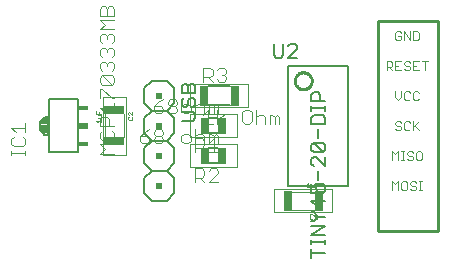
<source format=gto>
G75*
%MOIN*%
%OFA0B0*%
%FSLAX24Y24*%
%IPPOS*%
%LPD*%
%AMOC8*
5,1,8,0,0,1.08239X$1,22.5*
%
%ADD10C,0.0020*%
%ADD11C,0.0040*%
%ADD12C,0.0010*%
%ADD13R,0.0295X0.0669*%
%ADD14C,0.0060*%
%ADD15C,0.0050*%
%ADD16R,0.0200X0.0200*%
%ADD17R,0.0256X0.0551*%
%ADD18R,0.0290X0.0690*%
%ADD19C,0.0100*%
%ADD20C,0.0030*%
%ADD21R,0.0669X0.0295*%
%ADD22C,0.0079*%
%ADD23R,0.0330X0.0180*%
%ADD24R,0.0330X0.0220*%
%ADD25C,0.0080*%
D10*
X003413Y003126D02*
X004187Y003126D01*
X004187Y005074D01*
X003413Y005074D01*
X003413Y003126D01*
X006323Y003487D02*
X006323Y002713D01*
X007877Y002713D01*
X007877Y003487D01*
X006323Y003487D01*
X006323Y003713D02*
X006323Y004487D01*
X007877Y004487D01*
X007877Y003713D01*
X006323Y003713D01*
X006326Y004713D02*
X006326Y005487D01*
X008274Y005487D01*
X008274Y004713D01*
X006326Y004713D01*
X009126Y001987D02*
X009126Y001213D01*
X011074Y001213D01*
X011074Y001987D01*
X009126Y001987D01*
D11*
X009720Y001910D02*
X010480Y001910D01*
X010480Y001290D02*
X009720Y001290D01*
X007267Y002220D02*
X006960Y002220D01*
X007267Y002527D01*
X007267Y002604D01*
X007190Y002680D01*
X007036Y002680D01*
X006960Y002604D01*
X006806Y002604D02*
X006806Y002450D01*
X006729Y002373D01*
X006499Y002373D01*
X006499Y002220D02*
X006499Y002680D01*
X006729Y002680D01*
X006806Y002604D01*
X006653Y002373D02*
X006806Y002220D01*
X006806Y003220D02*
X006653Y003373D01*
X006729Y003373D02*
X006499Y003373D01*
X006729Y003373D02*
X006806Y003450D01*
X006806Y003604D01*
X006729Y003680D01*
X006499Y003680D01*
X006499Y003220D01*
X006960Y003220D02*
X007267Y003220D01*
X007113Y003220D02*
X007113Y003680D01*
X006960Y003527D01*
X006960Y003520D02*
X006960Y003827D01*
X007036Y003827D01*
X007113Y003750D01*
X007190Y003827D01*
X007267Y003750D01*
X007267Y003520D01*
X007113Y003520D02*
X007113Y003750D01*
X006806Y003750D02*
X006806Y003520D01*
X006499Y003520D02*
X006499Y003980D01*
X006576Y003827D02*
X006729Y003827D01*
X006806Y003750D01*
X006576Y003827D02*
X006499Y003750D01*
X006346Y003750D02*
X006269Y003827D01*
X006116Y003827D01*
X006039Y003750D01*
X006039Y003597D01*
X006116Y003520D01*
X006269Y003520D01*
X006346Y003597D01*
X006346Y003750D01*
X006770Y004170D02*
X007077Y004170D01*
X007230Y004170D02*
X007230Y004630D01*
X007267Y004520D02*
X007267Y004750D01*
X007190Y004827D01*
X007113Y004750D01*
X007113Y004520D01*
X006960Y004520D02*
X006960Y004827D01*
X007036Y004827D01*
X007113Y004750D01*
X006923Y004630D02*
X006923Y004170D01*
X007230Y004323D02*
X007461Y004477D01*
X007230Y004323D02*
X007461Y004170D01*
X008074Y004247D02*
X008074Y004554D01*
X008151Y004630D01*
X008305Y004630D01*
X008381Y004554D01*
X008381Y004247D01*
X008305Y004170D01*
X008151Y004170D01*
X008074Y004247D01*
X008535Y004170D02*
X008535Y004630D01*
X008612Y004477D02*
X008765Y004477D01*
X008842Y004400D01*
X008842Y004170D01*
X008995Y004170D02*
X008995Y004477D01*
X009072Y004477D01*
X009149Y004400D01*
X009225Y004477D01*
X009302Y004400D01*
X009302Y004170D01*
X009149Y004170D02*
X009149Y004400D01*
X008612Y004477D02*
X008535Y004400D01*
X006923Y004630D02*
X006770Y004477D01*
X006806Y004520D02*
X006806Y004750D01*
X006729Y004827D01*
X006576Y004827D01*
X006499Y004750D01*
X006346Y004750D02*
X006269Y004827D01*
X006116Y004827D01*
X006039Y004750D01*
X006039Y004597D01*
X006116Y004520D01*
X006269Y004520D01*
X006346Y004597D01*
X006346Y004750D01*
X006499Y004980D02*
X006499Y004520D01*
X005885Y004597D02*
X005809Y004520D01*
X005655Y004520D01*
X005578Y004597D01*
X005578Y004673D01*
X005655Y004750D01*
X005809Y004750D01*
X005885Y004673D01*
X005885Y004597D01*
X005809Y004750D02*
X005885Y004827D01*
X005885Y004904D01*
X005809Y004980D01*
X005655Y004980D01*
X005578Y004904D01*
X005578Y004827D01*
X005655Y004750D01*
X005425Y004673D02*
X005348Y004750D01*
X005118Y004750D01*
X005118Y004597D01*
X005195Y004520D01*
X005348Y004520D01*
X005425Y004597D01*
X005425Y004673D01*
X005271Y004904D02*
X005118Y004750D01*
X005271Y004904D02*
X005425Y004980D01*
X004110Y004480D02*
X004110Y003720D01*
X003791Y003710D02*
X003791Y003864D01*
X003714Y003940D01*
X003791Y004094D02*
X003330Y004094D01*
X003330Y004324D01*
X003407Y004401D01*
X003560Y004401D01*
X003637Y004324D01*
X003637Y004094D01*
X003407Y003940D02*
X003330Y003864D01*
X003330Y003710D01*
X003407Y003634D01*
X003714Y003634D01*
X003791Y003710D01*
X003791Y003480D02*
X003330Y003480D01*
X003484Y003327D01*
X003330Y003173D01*
X003791Y003173D01*
X004658Y003597D02*
X004734Y003520D01*
X004888Y003520D01*
X004965Y003597D01*
X004965Y003673D01*
X004888Y003750D01*
X004658Y003750D01*
X004658Y003597D01*
X004658Y003750D02*
X004811Y003904D01*
X004965Y003980D01*
X005118Y003904D02*
X005118Y003827D01*
X005195Y003750D01*
X005348Y003750D01*
X005425Y003673D01*
X005425Y003597D01*
X005348Y003520D01*
X005195Y003520D01*
X005118Y003597D01*
X005118Y003673D01*
X005195Y003750D01*
X005348Y003750D02*
X005425Y003827D01*
X005425Y003904D01*
X005348Y003980D01*
X005195Y003980D01*
X005118Y003904D01*
X003791Y004554D02*
X003791Y004861D01*
X003791Y004708D02*
X003330Y004708D01*
X003484Y004554D01*
X003490Y004480D02*
X003490Y003720D01*
X003330Y005015D02*
X003330Y005322D01*
X003407Y005322D01*
X003714Y005015D01*
X003791Y005015D01*
X003714Y005475D02*
X003407Y005475D01*
X003330Y005552D01*
X003330Y005705D01*
X003407Y005782D01*
X003714Y005475D01*
X003791Y005552D01*
X003791Y005705D01*
X003714Y005782D01*
X003407Y005782D01*
X003407Y005935D02*
X003330Y006012D01*
X003330Y006166D01*
X003407Y006242D01*
X003484Y006242D01*
X003560Y006166D01*
X003637Y006242D01*
X003714Y006242D01*
X003791Y006166D01*
X003791Y006012D01*
X003714Y005935D01*
X003560Y006089D02*
X003560Y006166D01*
X003407Y006396D02*
X003330Y006473D01*
X003330Y006626D01*
X003407Y006703D01*
X003484Y006703D01*
X003560Y006626D01*
X003637Y006703D01*
X003714Y006703D01*
X003791Y006626D01*
X003791Y006473D01*
X003714Y006396D01*
X003560Y006549D02*
X003560Y006626D01*
X003407Y006856D02*
X003330Y006933D01*
X003330Y007086D01*
X003407Y007163D01*
X003484Y007163D01*
X003560Y007086D01*
X003637Y007163D01*
X003714Y007163D01*
X003791Y007086D01*
X003791Y006933D01*
X003714Y006856D01*
X003560Y007010D02*
X003560Y007086D01*
X003330Y007317D02*
X003484Y007470D01*
X003330Y007624D01*
X003791Y007624D01*
X003791Y007777D02*
X003791Y008007D01*
X003714Y008084D01*
X003637Y008084D01*
X003560Y008007D01*
X003560Y007777D01*
X003330Y007777D02*
X003330Y008007D01*
X003407Y008084D01*
X003484Y008084D01*
X003560Y008007D01*
X003791Y007777D02*
X003330Y007777D01*
X003330Y007317D02*
X003791Y007317D01*
X006770Y006030D02*
X007000Y006030D01*
X007077Y005954D01*
X007077Y005800D01*
X007000Y005723D01*
X006770Y005723D01*
X006923Y005723D02*
X007077Y005570D01*
X007230Y005647D02*
X007307Y005570D01*
X007461Y005570D01*
X007537Y005647D01*
X007537Y005723D01*
X007461Y005800D01*
X007384Y005800D01*
X007461Y005800D02*
X007537Y005877D01*
X007537Y005954D01*
X007461Y006030D01*
X007307Y006030D01*
X007230Y005954D01*
X006770Y006030D02*
X006770Y005570D01*
X000830Y004194D02*
X000830Y003887D01*
X000753Y003734D02*
X000830Y003657D01*
X000830Y003504D01*
X000753Y003427D01*
X000446Y003427D01*
X000370Y003504D01*
X000370Y003657D01*
X000446Y003734D01*
X000523Y003887D02*
X000370Y004041D01*
X000830Y004041D01*
X000830Y003273D02*
X000830Y003120D01*
X000830Y003197D02*
X000370Y003197D01*
X000370Y003273D02*
X000370Y003120D01*
D12*
X003205Y004263D02*
X003255Y004213D01*
X003205Y004263D02*
X003355Y004263D01*
X003355Y004213D02*
X003355Y004313D01*
X003330Y004360D02*
X003255Y004360D01*
X003330Y004360D02*
X003355Y004385D01*
X003355Y004460D01*
X003255Y004460D01*
X003280Y004508D02*
X003280Y004558D01*
X003205Y004508D02*
X003205Y004608D01*
X003205Y004508D02*
X003355Y004508D01*
X004255Y004533D02*
X004255Y004483D01*
X004280Y004458D01*
X004280Y004410D02*
X004255Y004385D01*
X004255Y004335D01*
X004280Y004310D01*
X004380Y004310D01*
X004405Y004335D01*
X004405Y004385D01*
X004380Y004410D01*
X004405Y004458D02*
X004305Y004558D01*
X004280Y004558D01*
X004255Y004533D01*
X004405Y004558D02*
X004405Y004458D01*
X010213Y002145D02*
X010263Y002195D01*
X010263Y002045D01*
X010213Y002045D02*
X010313Y002045D01*
X010360Y002070D02*
X010385Y002045D01*
X010460Y002045D01*
X010460Y002145D01*
X010508Y002120D02*
X010558Y002120D01*
X010508Y002195D02*
X010608Y002195D01*
X010508Y002195D02*
X010508Y002045D01*
X010360Y002070D02*
X010360Y002145D01*
X010335Y001145D02*
X010310Y001120D01*
X010310Y001020D01*
X010335Y000995D01*
X010385Y000995D01*
X010410Y001020D01*
X010458Y000995D02*
X010558Y000995D01*
X010508Y000995D02*
X010508Y001145D01*
X010458Y001095D01*
X010410Y001120D02*
X010385Y001145D01*
X010335Y001145D01*
D13*
X010622Y001600D03*
X009578Y001600D03*
D14*
X004800Y001850D02*
X004800Y002350D01*
X005050Y002600D01*
X004800Y002850D01*
X004800Y003350D01*
X005050Y003600D01*
X004800Y003850D01*
X004800Y004350D01*
X005050Y004600D01*
X004800Y004850D01*
X004800Y005350D01*
X005050Y005600D01*
X005550Y005600D01*
X005800Y005350D01*
X005800Y004850D01*
X005550Y004600D01*
X005800Y004350D01*
X005800Y003850D01*
X005550Y003600D01*
X005050Y003600D01*
X005550Y003600D02*
X005800Y003350D01*
X005800Y002850D01*
X005550Y002600D01*
X005800Y002350D01*
X005800Y001850D01*
X005550Y001600D01*
X005050Y001600D01*
X004800Y001850D01*
X005050Y002600D02*
X005550Y002600D01*
X006939Y002850D02*
X007261Y002850D01*
X007261Y003350D02*
X006939Y003350D01*
X006939Y003850D02*
X007261Y003850D01*
X007261Y004350D02*
X006939Y004350D01*
X006920Y004780D02*
X007675Y004780D01*
X007675Y005420D02*
X006920Y005420D01*
X005550Y004600D02*
X005050Y004600D01*
D15*
X006045Y004574D02*
X006420Y004574D01*
X006495Y004499D01*
X006495Y004349D01*
X006420Y004274D01*
X006045Y004274D01*
X006120Y004734D02*
X006195Y004734D01*
X006270Y004809D01*
X006270Y004959D01*
X006345Y005034D01*
X006420Y005034D01*
X006495Y004959D01*
X006495Y004809D01*
X006420Y004734D01*
X006120Y004734D02*
X006045Y004809D01*
X006045Y004959D01*
X006120Y005034D01*
X006045Y005195D02*
X006045Y005420D01*
X006120Y005495D01*
X006195Y005495D01*
X006270Y005420D01*
X006270Y005195D01*
X006495Y005195D02*
X006045Y005195D01*
X006270Y005420D02*
X006345Y005495D01*
X006420Y005495D01*
X006495Y005420D01*
X006495Y005195D01*
X009125Y006450D02*
X009200Y006375D01*
X009350Y006375D01*
X009425Y006450D01*
X009425Y006825D01*
X009585Y006750D02*
X009660Y006825D01*
X009811Y006825D01*
X009886Y006750D01*
X009886Y006675D01*
X009585Y006375D01*
X009886Y006375D01*
X009125Y006450D02*
X009125Y006825D01*
X010450Y005215D02*
X010600Y005215D01*
X010675Y005140D01*
X010675Y004915D01*
X010825Y004915D02*
X010375Y004915D01*
X010375Y005140D01*
X010450Y005215D01*
X010375Y004758D02*
X010375Y004608D01*
X010375Y004683D02*
X010825Y004683D01*
X010825Y004608D02*
X010825Y004758D01*
X010750Y004448D02*
X010450Y004448D01*
X010375Y004372D01*
X010375Y004147D01*
X010825Y004147D01*
X010825Y004372D01*
X010750Y004448D01*
X010600Y003987D02*
X010600Y003687D01*
X010450Y003527D02*
X010750Y003527D01*
X010825Y003452D01*
X010825Y003302D01*
X010750Y003226D01*
X010450Y003527D01*
X010375Y003452D01*
X010375Y003302D01*
X010450Y003226D01*
X010750Y003226D01*
X010825Y003066D02*
X010825Y002766D01*
X010525Y003066D01*
X010450Y003066D01*
X010375Y002991D01*
X010375Y002841D01*
X010450Y002766D01*
X010600Y002606D02*
X010600Y002306D01*
X010600Y002146D02*
X010750Y002146D01*
X010825Y002071D01*
X010825Y001920D01*
X010750Y001845D01*
X010600Y001845D02*
X010525Y001995D01*
X010525Y002071D01*
X010600Y002146D01*
X010375Y002146D02*
X010375Y001845D01*
X010600Y001845D01*
X010600Y001685D02*
X010600Y001385D01*
X010375Y001610D01*
X010825Y001610D01*
X010450Y001225D02*
X010375Y001225D01*
X010450Y001225D02*
X010600Y001075D01*
X010825Y001075D01*
X010600Y001075D02*
X010450Y000925D01*
X010375Y000925D01*
X010375Y000764D02*
X010825Y000764D01*
X010375Y000464D01*
X010825Y000464D01*
X010825Y000307D02*
X010825Y000157D01*
X010825Y000232D02*
X010375Y000232D01*
X010375Y000157D02*
X010375Y000307D01*
X010375Y-000003D02*
X010375Y-000303D01*
X010375Y-000153D02*
X010825Y-000153D01*
X002590Y003220D02*
X001620Y003220D01*
X001620Y004980D01*
X002590Y004980D01*
X002590Y003220D01*
D16*
X005300Y003100D03*
X005300Y002100D03*
X005300Y004100D03*
X005300Y005100D03*
D17*
X006812Y004099D03*
X007392Y004099D03*
X007392Y003099D03*
X006812Y003099D03*
D18*
X006780Y005100D03*
X007820Y005100D03*
D19*
X009817Y005600D02*
X009819Y005633D01*
X009825Y005666D01*
X009835Y005699D01*
X009848Y005729D01*
X009865Y005758D01*
X009886Y005785D01*
X009909Y005809D01*
X009935Y005830D01*
X009963Y005848D01*
X009994Y005862D01*
X010025Y005873D01*
X010058Y005880D01*
X010092Y005883D01*
X010125Y005882D01*
X010158Y005877D01*
X010191Y005868D01*
X010222Y005855D01*
X010251Y005839D01*
X010278Y005820D01*
X010303Y005797D01*
X010325Y005772D01*
X010344Y005744D01*
X010359Y005714D01*
X010371Y005683D01*
X010379Y005650D01*
X010383Y005617D01*
X010383Y005583D01*
X010379Y005550D01*
X010371Y005517D01*
X010359Y005486D01*
X010344Y005456D01*
X010325Y005428D01*
X010303Y005403D01*
X010278Y005380D01*
X010251Y005361D01*
X010222Y005345D01*
X010191Y005332D01*
X010158Y005323D01*
X010125Y005318D01*
X010092Y005317D01*
X010058Y005320D01*
X010025Y005327D01*
X009994Y005338D01*
X009963Y005352D01*
X009935Y005370D01*
X009909Y005391D01*
X009886Y005415D01*
X009865Y005442D01*
X009848Y005471D01*
X009835Y005501D01*
X009825Y005534D01*
X009819Y005567D01*
X009817Y005600D01*
X012600Y007600D02*
X014600Y007600D01*
X014600Y000600D01*
X012600Y000600D01*
X012600Y007600D01*
D20*
X013173Y007197D02*
X013221Y007245D01*
X013318Y007245D01*
X013367Y007197D01*
X013367Y007100D02*
X013270Y007100D01*
X013367Y007100D02*
X013367Y007003D01*
X013318Y006955D01*
X013221Y006955D01*
X013173Y007003D01*
X013173Y007197D01*
X013468Y007245D02*
X013468Y006955D01*
X013661Y006955D02*
X013661Y007245D01*
X013762Y007245D02*
X013907Y007245D01*
X013956Y007197D01*
X013956Y007003D01*
X013907Y006955D01*
X013762Y006955D01*
X013762Y007245D01*
X013468Y007245D02*
X013661Y006955D01*
X013613Y006245D02*
X013516Y006245D01*
X013468Y006197D01*
X013468Y006148D01*
X013516Y006100D01*
X013613Y006100D01*
X013661Y006052D01*
X013661Y006003D01*
X013613Y005955D01*
X013516Y005955D01*
X013468Y006003D01*
X013367Y005955D02*
X013173Y005955D01*
X013173Y006245D01*
X013367Y006245D01*
X013270Y006100D02*
X013173Y006100D01*
X013072Y006100D02*
X013023Y006052D01*
X012878Y006052D01*
X012878Y005955D02*
X012878Y006245D01*
X013023Y006245D01*
X013072Y006197D01*
X013072Y006100D01*
X012975Y006052D02*
X013072Y005955D01*
X013613Y006245D02*
X013661Y006197D01*
X013762Y006245D02*
X013762Y005955D01*
X013956Y005955D01*
X013859Y006100D02*
X013762Y006100D01*
X013762Y006245D02*
X013956Y006245D01*
X014057Y006245D02*
X014250Y006245D01*
X014154Y006245D02*
X014154Y005955D01*
X013907Y005245D02*
X013811Y005245D01*
X013762Y005197D01*
X013762Y005003D01*
X013811Y004955D01*
X013907Y004955D01*
X013956Y005003D01*
X013661Y005003D02*
X013613Y004955D01*
X013516Y004955D01*
X013468Y005003D01*
X013468Y005197D01*
X013516Y005245D01*
X013613Y005245D01*
X013661Y005197D01*
X013907Y005245D02*
X013956Y005197D01*
X013367Y005245D02*
X013367Y005052D01*
X013270Y004955D01*
X013173Y005052D01*
X013173Y005245D01*
X013221Y004245D02*
X013173Y004197D01*
X013173Y004148D01*
X013221Y004100D01*
X013318Y004100D01*
X013367Y004052D01*
X013367Y004003D01*
X013318Y003955D01*
X013221Y003955D01*
X013173Y004003D01*
X013367Y004197D02*
X013318Y004245D01*
X013221Y004245D01*
X013468Y004197D02*
X013468Y004003D01*
X013516Y003955D01*
X013613Y003955D01*
X013661Y004003D01*
X013762Y003955D02*
X013762Y004245D01*
X013661Y004197D02*
X013613Y004245D01*
X013516Y004245D01*
X013468Y004197D01*
X013762Y004052D02*
X013956Y004245D01*
X013811Y004100D02*
X013956Y003955D01*
X013909Y003245D02*
X013861Y003197D01*
X013861Y003003D01*
X013909Y002955D01*
X014006Y002955D01*
X014054Y003003D01*
X014054Y003197D01*
X014006Y003245D01*
X013909Y003245D01*
X013759Y003197D02*
X013711Y003245D01*
X013614Y003245D01*
X013566Y003197D01*
X013566Y003148D01*
X013614Y003100D01*
X013711Y003100D01*
X013759Y003052D01*
X013759Y003003D01*
X013711Y002955D01*
X013614Y002955D01*
X013566Y003003D01*
X013466Y002955D02*
X013369Y002955D01*
X013418Y002955D02*
X013418Y003245D01*
X013466Y003245D02*
X013369Y003245D01*
X013268Y003245D02*
X013268Y002955D01*
X013075Y002955D02*
X013075Y003245D01*
X013172Y003148D01*
X013268Y003245D01*
X013268Y002245D02*
X013268Y001955D01*
X013369Y002003D02*
X013418Y001955D01*
X013515Y001955D01*
X013563Y002003D01*
X013563Y002197D01*
X013515Y002245D01*
X013418Y002245D01*
X013369Y002197D01*
X013369Y002003D01*
X013172Y002148D02*
X013268Y002245D01*
X013172Y002148D02*
X013075Y002245D01*
X013075Y001955D01*
X013664Y002003D02*
X013712Y001955D01*
X013809Y001955D01*
X013858Y002003D01*
X013858Y002052D01*
X013809Y002100D01*
X013712Y002100D01*
X013664Y002148D01*
X013664Y002197D01*
X013712Y002245D01*
X013809Y002245D01*
X013858Y002197D01*
X013959Y002245D02*
X014056Y002245D01*
X014007Y002245D02*
X014007Y001955D01*
X013959Y001955D02*
X014056Y001955D01*
D21*
X003800Y003578D03*
X003800Y004622D03*
D22*
X001590Y004410D02*
X001590Y003790D01*
X001580Y003790D01*
X001480Y003790D01*
X001310Y003960D01*
X001310Y004240D01*
X001480Y004410D01*
X001590Y004410D01*
X001590Y003790D01*
X001480Y003790D01*
X001310Y003960D01*
X001310Y004240D01*
X001480Y004410D01*
X001590Y004410D01*
X001590Y004341D02*
X001411Y004341D01*
X001334Y004264D02*
X001590Y004264D01*
X001590Y004187D02*
X001310Y004187D01*
X001310Y004109D02*
X001590Y004109D01*
X001590Y004032D02*
X001310Y004032D01*
X001315Y003955D02*
X001590Y003955D01*
X001590Y003878D02*
X001392Y003878D01*
X001469Y003801D02*
X001590Y003801D01*
D23*
X002765Y003510D03*
X002765Y004690D03*
D24*
X002765Y004100D03*
D25*
X009600Y006100D02*
X009600Y002100D01*
X011600Y002100D01*
X011600Y006100D01*
X010000Y006100D01*
X010200Y006100D01*
X010000Y006100D02*
X009600Y006100D01*
M02*

</source>
